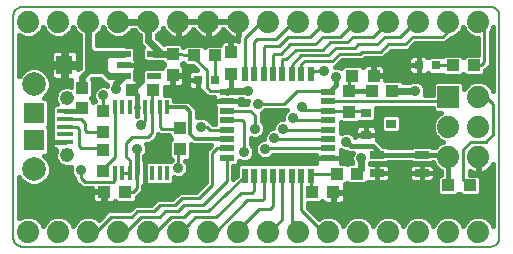
<source format=gtl>
G75*
%MOIN*%
%OFA0B0*%
%FSLAX24Y24*%
%IPPOS*%
%LPD*%
%AMOC8*
5,1,8,0,0,1.08239X$1,22.5*
%
%ADD10C,0.0080*%
%ADD11R,0.0126X0.0496*%
%ADD12R,0.0500X0.0220*%
%ADD13R,0.0220X0.0500*%
%ADD14R,0.0394X0.0433*%
%ADD15R,0.0433X0.0394*%
%ADD16C,0.0740*%
%ADD17R,0.0740X0.0740*%
%ADD18R,0.0472X0.0217*%
%ADD19R,0.0315X0.0315*%
%ADD20R,0.0354X0.0315*%
%ADD21R,0.0551X0.0157*%
%ADD22R,0.0709X0.0709*%
%ADD23C,0.0476*%
%ADD24C,0.0787*%
%ADD25R,0.0492X0.0256*%
%ADD26R,0.0551X0.0630*%
%ADD27C,0.0160*%
%ADD28C,0.0350*%
%ADD29C,0.0240*%
%ADD30C,0.0100*%
%ADD31C,0.0120*%
D10*
X002760Y000480D02*
X002760Y007880D01*
X002762Y007914D01*
X002768Y007947D01*
X002777Y007979D01*
X002790Y008010D01*
X002806Y008040D01*
X002825Y008067D01*
X002848Y008092D01*
X002873Y008115D01*
X002900Y008134D01*
X002930Y008150D01*
X002961Y008163D01*
X002993Y008172D01*
X003026Y008178D01*
X003060Y008180D01*
X018660Y008180D01*
X018694Y008178D01*
X018727Y008172D01*
X018759Y008163D01*
X018790Y008150D01*
X018820Y008134D01*
X018847Y008115D01*
X018872Y008092D01*
X018895Y008067D01*
X018914Y008040D01*
X018930Y008010D01*
X018943Y007979D01*
X018952Y007947D01*
X018958Y007914D01*
X018960Y007880D01*
X018960Y000480D01*
X018959Y000480D02*
X018957Y000446D01*
X018951Y000413D01*
X018942Y000381D01*
X018929Y000350D01*
X018913Y000320D01*
X018894Y000293D01*
X018871Y000268D01*
X018846Y000245D01*
X018819Y000226D01*
X018789Y000210D01*
X018758Y000197D01*
X018726Y000188D01*
X018693Y000182D01*
X018659Y000180D01*
X018660Y000180D02*
X003060Y000180D01*
X003026Y000182D01*
X002993Y000188D01*
X002961Y000197D01*
X002930Y000210D01*
X002900Y000226D01*
X002873Y000245D01*
X002848Y000268D01*
X002825Y000293D01*
X002806Y000320D01*
X002790Y000350D01*
X002777Y000381D01*
X002768Y000413D01*
X002762Y000446D01*
X002760Y000480D01*
X007360Y003930D02*
X007385Y003955D01*
D11*
X007385Y004824D03*
X007635Y004824D03*
X007885Y004824D03*
X007135Y004824D03*
X006885Y004824D03*
X006635Y004824D03*
X006385Y004824D03*
X006135Y004824D03*
X006135Y002636D03*
X006385Y002636D03*
X006635Y002636D03*
X006885Y002636D03*
X007135Y002636D03*
X007385Y002636D03*
X007635Y002636D03*
X007885Y002636D03*
D12*
X009882Y003140D03*
X009882Y003455D03*
X009882Y003770D03*
X009882Y004085D03*
X009882Y004400D03*
X009882Y004715D03*
X009882Y005030D03*
X009882Y005345D03*
X013262Y005345D03*
X013262Y005030D03*
X013262Y004715D03*
X013262Y004400D03*
X013262Y004085D03*
X013262Y003770D03*
X013262Y003455D03*
X013262Y003140D03*
D13*
X012674Y002553D03*
X012359Y002553D03*
X012044Y002553D03*
X011729Y002553D03*
X011415Y002553D03*
X011100Y002553D03*
X010785Y002553D03*
X010470Y002553D03*
X010470Y005933D03*
X010785Y005933D03*
X011100Y005933D03*
X011415Y005933D03*
X011729Y005933D03*
X012044Y005933D03*
X012359Y005933D03*
X012674Y005933D03*
D14*
X013960Y005384D03*
X013960Y004676D03*
X010010Y005951D03*
X010010Y006659D03*
X008072Y006597D03*
X008072Y005888D03*
X005760Y004704D03*
X005047Y004808D03*
X005047Y005477D03*
X005760Y003996D03*
X005760Y003404D03*
X005760Y002696D03*
X008310Y003426D03*
X008310Y004134D03*
D15*
X007426Y005393D03*
X006718Y005393D03*
X008780Y006555D03*
X009489Y006555D03*
X014055Y005880D03*
X014764Y005880D03*
X014725Y005380D03*
X015394Y005380D03*
X017405Y006230D03*
X018114Y006230D03*
X014207Y002618D03*
X013537Y002618D03*
X013426Y001993D03*
X012718Y001993D03*
X017255Y002230D03*
X017964Y002230D03*
X006489Y002008D03*
X005780Y002008D03*
D16*
X006260Y000680D03*
X007260Y000680D03*
X008260Y000680D03*
X009260Y000680D03*
X010260Y000680D03*
X011260Y000680D03*
X012260Y000680D03*
X013260Y000680D03*
X014260Y000680D03*
X015260Y000680D03*
X016260Y000680D03*
X017260Y000680D03*
X018260Y000680D03*
X018260Y003180D03*
X017260Y003180D03*
X017260Y004180D03*
X018260Y004180D03*
X018260Y005180D03*
X018260Y007680D03*
X017260Y007680D03*
X016260Y007680D03*
X015260Y007680D03*
X014260Y007680D03*
X013260Y007680D03*
X012260Y007680D03*
X011260Y007680D03*
X010260Y007680D03*
X009260Y007680D03*
X008260Y007680D03*
X007260Y007680D03*
X006260Y007680D03*
X005260Y007680D03*
X004260Y007680D03*
X003260Y007680D03*
X003260Y000680D03*
X004260Y000680D03*
X005260Y000680D03*
D17*
X017260Y005180D03*
D18*
X007456Y005868D03*
X006433Y005868D03*
X006433Y006243D03*
X006433Y006617D03*
X007456Y006617D03*
D19*
X008902Y005743D03*
X009492Y005743D03*
X016264Y006230D03*
X016855Y006230D03*
D20*
X014516Y004654D03*
X015343Y004280D03*
X014516Y003906D03*
D21*
X004490Y003924D03*
X004490Y003668D03*
X004490Y004180D03*
X004490Y004436D03*
X004490Y004692D03*
D22*
X003447Y004633D03*
X003447Y003727D03*
D23*
X004549Y003225D03*
X004549Y005135D03*
D24*
X003447Y005601D03*
X003447Y002759D03*
D25*
X014896Y002637D03*
X014896Y003248D03*
X016373Y003248D03*
X016373Y002637D03*
D26*
X005561Y006243D03*
X004458Y006243D03*
D27*
X004401Y006203D02*
X002960Y006203D01*
X002960Y006362D02*
X004003Y006362D01*
X004003Y006300D02*
X004401Y006300D01*
X004401Y006737D01*
X004159Y006737D01*
X004113Y006725D01*
X004072Y006701D01*
X004039Y006668D01*
X004015Y006627D01*
X004003Y006581D01*
X004003Y006300D01*
X004003Y006185D02*
X004003Y005904D01*
X004015Y005858D01*
X004039Y005817D01*
X004072Y005784D01*
X004113Y005760D01*
X004159Y005748D01*
X004401Y005748D01*
X004401Y006185D01*
X004516Y006185D01*
X004516Y006300D01*
X004914Y006300D01*
X004914Y006581D01*
X004902Y006627D01*
X004878Y006668D01*
X004844Y006701D01*
X004803Y006725D01*
X004758Y006737D01*
X004516Y006737D01*
X004516Y006300D01*
X004401Y006300D01*
X004401Y006185D01*
X004003Y006185D01*
X004003Y006045D02*
X003787Y006045D01*
X003761Y006071D02*
X003557Y006155D01*
X003337Y006155D01*
X003133Y006071D01*
X002978Y005915D01*
X002960Y005871D01*
X002960Y007231D01*
X003154Y007150D01*
X003365Y007150D01*
X003560Y007231D01*
X003709Y007380D01*
X003760Y007502D01*
X003810Y007380D01*
X003959Y007231D01*
X004154Y007150D01*
X004365Y007150D01*
X004560Y007231D01*
X004709Y007380D01*
X004760Y007502D01*
X004810Y007380D01*
X004959Y007231D01*
X004980Y007222D01*
X004980Y006781D01*
X004973Y006152D01*
X004914Y006093D01*
X004914Y006185D01*
X004516Y006185D01*
X004516Y005748D01*
X004690Y005748D01*
X004690Y005507D01*
X004629Y005533D01*
X004470Y005533D01*
X004324Y005472D01*
X004212Y005360D01*
X004151Y005214D01*
X004151Y005056D01*
X004203Y004931D01*
X004148Y004931D01*
X004055Y004837D01*
X004055Y003830D01*
X004047Y003816D01*
X004035Y003771D01*
X004035Y003668D01*
X004035Y003566D01*
X004047Y003520D01*
X004071Y003479D01*
X004104Y003445D01*
X004145Y003422D01*
X004191Y003409D01*
X004195Y003409D01*
X004151Y003304D01*
X004151Y003146D01*
X004212Y003000D01*
X004324Y002888D01*
X004470Y002827D01*
X004629Y002827D01*
X004682Y002849D01*
X004665Y002807D01*
X004665Y002673D01*
X004716Y002550D01*
X004790Y002476D01*
X004790Y002388D01*
X004925Y002253D01*
X005048Y002130D01*
X005384Y002130D01*
X005384Y002026D01*
X005762Y002026D01*
X005762Y001989D01*
X005799Y001989D01*
X005799Y001631D01*
X006020Y001631D01*
X006066Y001643D01*
X006107Y001667D01*
X006141Y001700D01*
X006147Y001710D01*
X006206Y001651D01*
X006772Y001651D01*
X006865Y001744D01*
X006865Y001823D01*
X006911Y001872D01*
X007033Y001994D01*
X007094Y002055D01*
X007094Y002055D01*
X007095Y002056D01*
X007095Y002142D01*
X007095Y002208D01*
X007135Y002208D01*
X007221Y002208D01*
X007267Y002220D01*
X007281Y002228D01*
X008014Y002228D01*
X008108Y002322D01*
X008108Y002500D01*
X008180Y002470D01*
X008314Y002470D01*
X008437Y002521D01*
X008531Y002615D01*
X008582Y002738D01*
X008582Y002872D01*
X008531Y002995D01*
X008477Y003049D01*
X008573Y003049D01*
X008666Y003143D01*
X008666Y003612D01*
X008718Y003560D01*
X009343Y003560D01*
X009298Y003515D01*
X009175Y003392D01*
X009175Y002329D01*
X008860Y002015D01*
X008298Y002015D01*
X008048Y001765D01*
X006865Y001765D01*
X006963Y001924D02*
X008206Y001924D01*
X008048Y001765D02*
X007548Y001765D01*
X007360Y001577D01*
X006798Y001577D01*
X006610Y001390D01*
X005923Y001390D01*
X005611Y001078D01*
X005560Y001129D01*
X005365Y001210D01*
X005154Y001210D01*
X004959Y001129D01*
X004810Y000980D01*
X004760Y000858D01*
X004709Y000980D01*
X004560Y001129D01*
X004365Y001210D01*
X004154Y001210D01*
X003959Y001129D01*
X003810Y000980D01*
X003760Y000858D01*
X003709Y000980D01*
X003560Y001129D01*
X003365Y001210D01*
X003154Y001210D01*
X002960Y001129D01*
X002960Y002489D01*
X002978Y002445D01*
X003133Y002289D01*
X003337Y002205D01*
X003557Y002205D01*
X003761Y002289D01*
X003916Y002445D01*
X004001Y002649D01*
X004001Y002869D01*
X003916Y003072D01*
X003776Y003213D01*
X003868Y003213D01*
X003961Y003307D01*
X003961Y004148D01*
X003929Y004180D01*
X003961Y004212D01*
X003961Y005053D01*
X003868Y005147D01*
X003776Y005147D01*
X003916Y005288D01*
X004001Y005491D01*
X004001Y005711D01*
X003916Y005915D01*
X003761Y006071D01*
X003928Y005886D02*
X004008Y005886D01*
X003994Y005728D02*
X004690Y005728D01*
X004690Y005569D02*
X004001Y005569D01*
X003967Y005411D02*
X004262Y005411D01*
X004167Y005252D02*
X003881Y005252D01*
X003921Y005094D02*
X004151Y005094D01*
X004201Y004935D02*
X003961Y004935D01*
X003961Y004777D02*
X004055Y004777D01*
X004055Y004618D02*
X003961Y004618D01*
X003961Y004460D02*
X004055Y004460D01*
X004055Y004301D02*
X003961Y004301D01*
X003961Y004143D02*
X004055Y004143D01*
X004055Y003984D02*
X003961Y003984D01*
X003961Y003826D02*
X004052Y003826D01*
X004035Y003668D02*
X004490Y003668D01*
X004035Y003668D01*
X004035Y003667D02*
X003961Y003667D01*
X003961Y003509D02*
X004054Y003509D01*
X003961Y003350D02*
X004170Y003350D01*
X004151Y003192D02*
X003797Y003192D01*
X003933Y003033D02*
X004198Y003033D01*
X004356Y002875D02*
X003998Y002875D01*
X004001Y002716D02*
X004665Y002716D01*
X004713Y002558D02*
X003963Y002558D01*
X003870Y002399D02*
X004790Y002399D01*
X004937Y002241D02*
X003643Y002241D01*
X003251Y002241D02*
X002960Y002241D01*
X002960Y002399D02*
X003024Y002399D01*
X002960Y002082D02*
X005384Y002082D01*
X005384Y001989D02*
X005384Y001787D01*
X005396Y001741D01*
X005420Y001700D01*
X005453Y001667D01*
X005494Y001643D01*
X005540Y001631D01*
X005762Y001631D01*
X005762Y001989D01*
X005384Y001989D01*
X005384Y001924D02*
X002960Y001924D01*
X002960Y001765D02*
X005390Y001765D01*
X005762Y001765D02*
X005799Y001765D01*
X005799Y001924D02*
X005762Y001924D01*
X006668Y001448D02*
X002960Y001448D01*
X002960Y001607D02*
X007389Y001607D01*
X007095Y002082D02*
X008927Y002082D01*
X009086Y002241D02*
X008027Y002241D01*
X008108Y002399D02*
X009175Y002399D01*
X009175Y002558D02*
X008473Y002558D01*
X008573Y002716D02*
X009175Y002716D01*
X009175Y002875D02*
X008581Y002875D01*
X008493Y003033D02*
X009175Y003033D01*
X009175Y003192D02*
X008666Y003192D01*
X008666Y003350D02*
X009175Y003350D01*
X009291Y003509D02*
X008666Y003509D01*
X008024Y003780D02*
X007953Y003852D01*
X007953Y003908D01*
X007610Y003908D01*
X007595Y003923D01*
X007595Y003868D01*
X007472Y003745D01*
X007346Y003620D01*
X007168Y003620D01*
X007169Y003620D01*
X007220Y003497D01*
X007220Y003363D01*
X007169Y003240D01*
X007125Y003196D01*
X007125Y003064D01*
X007135Y003064D01*
X007135Y002636D01*
X007135Y002636D01*
X007135Y002208D01*
X007135Y002636D01*
X007135Y002636D01*
X007135Y003064D01*
X007221Y003064D01*
X007267Y003052D01*
X007281Y003044D01*
X007755Y003044D01*
X008012Y003044D01*
X008032Y003064D01*
X007953Y003143D01*
X007953Y003708D01*
X008024Y003780D01*
X007979Y003826D02*
X007552Y003826D01*
X007394Y003667D02*
X007953Y003667D01*
X007953Y003509D02*
X007215Y003509D01*
X007214Y003350D02*
X007953Y003350D01*
X007953Y003192D02*
X007125Y003192D01*
X007135Y003033D02*
X007135Y003033D01*
X007135Y002875D02*
X007135Y002875D01*
X007135Y002716D02*
X007135Y002716D01*
X007135Y002558D02*
X007135Y002558D01*
X007135Y002399D02*
X007135Y002399D01*
X007135Y002241D02*
X007135Y002241D01*
X006885Y002636D02*
X006885Y003430D01*
X006885Y004541D02*
X006885Y004824D01*
X006885Y004824D01*
X006912Y004824D01*
X006912Y004824D01*
X006885Y004824D01*
X006885Y004541D01*
X006885Y004541D01*
X006885Y004618D02*
X006885Y004618D01*
X006885Y004777D02*
X006885Y004777D01*
X006885Y004824D02*
X006885Y004824D01*
X006885Y005016D01*
X006885Y005016D01*
X006885Y004824D01*
X006885Y004824D01*
X006885Y005225D01*
X006718Y005393D01*
X006829Y005769D02*
X006829Y006043D01*
X006826Y006046D01*
X006837Y006065D01*
X006849Y006111D01*
X006849Y006242D01*
X006433Y006242D01*
X006433Y006243D01*
X006849Y006243D01*
X006849Y006374D01*
X006837Y006420D01*
X006826Y006439D01*
X006829Y006442D01*
X006829Y006791D01*
X006735Y006885D01*
X006517Y006885D01*
X006488Y006897D01*
X005540Y006897D01*
X005540Y007222D01*
X005560Y007231D01*
X005709Y007380D01*
X005760Y007502D01*
X005810Y007380D01*
X005959Y007231D01*
X006154Y007150D01*
X006365Y007150D01*
X006560Y007231D01*
X006709Y007380D01*
X006717Y007400D01*
X006802Y007400D01*
X006810Y007380D01*
X006959Y007231D01*
X006980Y007222D01*
X006980Y006998D01*
X007022Y006895D01*
X007093Y006824D01*
X007060Y006791D01*
X007060Y006442D01*
X007154Y006348D01*
X007372Y006348D01*
X007401Y006337D01*
X007715Y006337D01*
X007715Y006314D01*
X007775Y006255D01*
X007765Y006249D01*
X007731Y006215D01*
X007707Y006174D01*
X007697Y006137D01*
X007154Y006137D01*
X007060Y006043D01*
X007060Y005718D01*
X007045Y005733D01*
X007004Y005757D01*
X006958Y005769D01*
X006829Y005769D01*
X007051Y005728D02*
X007060Y005728D01*
X007060Y005886D02*
X006829Y005886D01*
X006827Y006045D02*
X007062Y006045D01*
X006849Y006203D02*
X007724Y006203D01*
X008090Y005907D02*
X008449Y005907D01*
X008449Y006128D01*
X008437Y006174D01*
X008413Y006215D01*
X008379Y006249D01*
X008369Y006255D01*
X008405Y006290D01*
X008497Y006198D01*
X008757Y006198D01*
X008875Y006080D01*
X008721Y006080D01*
X008675Y006068D01*
X008634Y006044D01*
X008600Y006011D01*
X008577Y005969D01*
X008564Y005924D01*
X008564Y005743D01*
X008902Y005743D01*
X008902Y005742D01*
X008902Y005405D01*
X008988Y005405D01*
X009112Y005281D01*
X009235Y005158D01*
X009452Y005158D01*
X009452Y005030D01*
X009882Y005030D01*
X009882Y005030D01*
X010312Y005030D01*
X010312Y005088D01*
X010378Y005088D01*
X010382Y005084D01*
X010505Y005033D01*
X010572Y005033D01*
X010562Y005009D01*
X010562Y004925D01*
X010312Y004925D01*
X010312Y005030D01*
X009882Y005030D01*
X009882Y005030D01*
X009452Y005030D01*
X009452Y004896D01*
X009464Y004850D01*
X009472Y004837D01*
X009472Y004265D01*
X009409Y004265D01*
X009284Y004390D01*
X009273Y004390D01*
X009199Y004464D01*
X009076Y004515D01*
X008943Y004515D01*
X008880Y004489D01*
X008880Y004771D01*
X008751Y004900D01*
X008607Y005044D01*
X008108Y005044D01*
X008108Y005138D01*
X008014Y005232D01*
X007803Y005232D01*
X007803Y005506D01*
X007806Y005504D01*
X007851Y005492D01*
X008054Y005492D01*
X008054Y005870D01*
X008090Y005870D01*
X008090Y005492D01*
X008293Y005492D01*
X008338Y005504D01*
X008379Y005528D01*
X008413Y005561D01*
X008437Y005602D01*
X008449Y005648D01*
X008449Y005870D01*
X008090Y005870D01*
X008090Y005907D01*
X008090Y005886D02*
X008564Y005886D01*
X008635Y006045D02*
X008449Y006045D01*
X008420Y006203D02*
X008493Y006203D01*
X008564Y005742D02*
X008564Y005561D01*
X008577Y005516D01*
X008600Y005474D01*
X008634Y005441D01*
X008675Y005417D01*
X008721Y005405D01*
X008902Y005405D01*
X008902Y005742D01*
X008902Y005742D01*
X008564Y005742D01*
X008564Y005728D02*
X008449Y005728D01*
X008417Y005569D02*
X008564Y005569D01*
X008700Y005411D02*
X007803Y005411D01*
X007803Y005252D02*
X009141Y005252D01*
X008902Y005411D02*
X008902Y005411D01*
X008902Y005569D02*
X008902Y005569D01*
X008902Y005728D02*
X008902Y005728D01*
X008090Y005728D02*
X008054Y005728D01*
X008054Y005569D02*
X008090Y005569D01*
X008108Y005094D02*
X009452Y005094D01*
X009452Y004935D02*
X008716Y004935D01*
X008874Y004777D02*
X009472Y004777D01*
X009472Y004618D02*
X008880Y004618D01*
X009204Y004460D02*
X009472Y004460D01*
X009472Y004301D02*
X009373Y004301D01*
X010312Y004935D02*
X010562Y004935D01*
X011032Y004636D02*
X011087Y004659D01*
X011161Y004733D01*
X011863Y004733D01*
X011788Y004657D01*
X011737Y004534D01*
X011737Y004440D01*
X011693Y004440D01*
X011570Y004389D01*
X011476Y004295D01*
X011425Y004172D01*
X011425Y004127D01*
X011380Y004127D01*
X011257Y004076D01*
X011163Y003982D01*
X011112Y003859D01*
X011112Y003765D01*
X011068Y003765D01*
X010945Y003714D01*
X010851Y003620D01*
X010800Y003497D01*
X010800Y003363D01*
X010851Y003240D01*
X010945Y003146D01*
X011068Y003095D01*
X011201Y003095D01*
X011324Y003146D01*
X011419Y003240D01*
X011421Y003245D01*
X012832Y003245D01*
X012832Y003140D01*
X012832Y003006D01*
X012844Y002962D01*
X010293Y002962D01*
X010200Y002869D01*
X010200Y002547D01*
X010092Y002445D01*
X010092Y002870D01*
X010198Y002870D01*
X010292Y002964D01*
X010292Y003037D01*
X010393Y002995D01*
X010526Y002995D01*
X010649Y003046D01*
X010744Y003140D01*
X010795Y003263D01*
X010795Y003397D01*
X010744Y003520D01*
X010670Y003594D01*
X010670Y003818D01*
X010755Y003783D01*
X010889Y003783D01*
X011012Y003834D01*
X011106Y003928D01*
X011157Y004051D01*
X011157Y004184D01*
X011106Y004307D01*
X011032Y004381D01*
X011032Y004636D01*
X011032Y004618D02*
X011772Y004618D01*
X011737Y004460D02*
X011032Y004460D01*
X011109Y004301D02*
X011482Y004301D01*
X011425Y004143D02*
X011157Y004143D01*
X011165Y003984D02*
X011129Y003984D01*
X011112Y003826D02*
X010992Y003826D01*
X010898Y003667D02*
X010670Y003667D01*
X010748Y003509D02*
X010804Y003509D01*
X010795Y003350D02*
X010805Y003350D01*
X010765Y003192D02*
X010899Y003192D01*
X010618Y003033D02*
X012832Y003033D01*
X012832Y003140D02*
X013262Y003140D01*
X013262Y003140D01*
X013262Y003140D01*
X013692Y003140D01*
X013692Y003006D01*
X013683Y002974D01*
X013820Y002974D01*
X013872Y002923D01*
X013924Y002974D01*
X014061Y002974D01*
X014025Y003063D01*
X014025Y003197D01*
X014063Y003290D01*
X013962Y003290D01*
X013874Y003327D01*
X013855Y003345D01*
X013793Y003345D01*
X013672Y003395D01*
X013672Y003333D01*
X013680Y003320D01*
X013692Y003274D01*
X013692Y003140D01*
X013262Y003140D01*
X012832Y003140D01*
X012832Y003192D02*
X011370Y003192D01*
X010301Y003033D02*
X010292Y003033D01*
X010205Y002875D02*
X010203Y002875D01*
X010200Y002716D02*
X010092Y002716D01*
X010092Y002558D02*
X010200Y002558D01*
X012569Y001636D02*
X012569Y001480D01*
X012939Y001110D01*
X012959Y001129D01*
X013154Y001210D01*
X013365Y001210D01*
X013560Y001129D01*
X013709Y000980D01*
X013760Y000858D01*
X013810Y000980D01*
X013959Y001129D01*
X014154Y001210D01*
X014365Y001210D01*
X014560Y001129D01*
X014709Y000980D01*
X014760Y000858D01*
X014810Y000980D01*
X014959Y001129D01*
X015154Y001210D01*
X015365Y001210D01*
X015560Y001129D01*
X015709Y000980D01*
X015760Y000858D01*
X015810Y000980D01*
X015959Y001129D01*
X016154Y001210D01*
X016365Y001210D01*
X016560Y001129D01*
X016709Y000980D01*
X016760Y000858D01*
X016810Y000980D01*
X016959Y001129D01*
X017154Y001210D01*
X017365Y001210D01*
X017560Y001129D01*
X017709Y000980D01*
X017760Y000858D01*
X017810Y000980D01*
X017959Y001129D01*
X018154Y001210D01*
X018365Y001210D01*
X018560Y001129D01*
X018709Y000980D01*
X018760Y000858D01*
X018760Y002950D01*
X018730Y002892D01*
X018679Y002822D01*
X018618Y002760D01*
X018548Y002710D01*
X018471Y002670D01*
X018388Y002644D01*
X018303Y002630D01*
X018280Y002630D01*
X018280Y003160D01*
X018240Y003160D01*
X018240Y002630D01*
X018216Y002630D01*
X018131Y002644D01*
X018048Y002670D01*
X017971Y002710D01*
X017970Y002711D01*
X017970Y002587D01*
X018247Y002587D01*
X018340Y002493D01*
X018340Y001967D01*
X018247Y001873D01*
X017681Y001873D01*
X017610Y001945D01*
X017538Y001873D01*
X016972Y001873D01*
X016879Y001967D01*
X016879Y002493D01*
X016972Y002587D01*
X017017Y002587D01*
X017018Y002706D01*
X016959Y002731D01*
X016810Y002880D01*
X016757Y003008D01*
X016733Y003008D01*
X016685Y002960D01*
X016060Y002960D01*
X016012Y003008D01*
X015257Y003008D01*
X015209Y002960D01*
X014652Y002960D01*
X014646Y002945D01*
X014896Y002945D01*
X014896Y002637D01*
X014896Y002637D01*
X014896Y002329D01*
X014627Y002329D01*
X014581Y002342D01*
X014574Y002345D01*
X014489Y002261D01*
X013924Y002261D01*
X013872Y002312D01*
X013820Y002261D01*
X013810Y002261D01*
X013811Y002259D01*
X013823Y002213D01*
X013823Y002011D01*
X013445Y002011D01*
X013445Y001974D01*
X013823Y001974D01*
X013823Y001772D01*
X013811Y001726D01*
X013787Y001685D01*
X013753Y001652D01*
X013712Y001628D01*
X013667Y001616D01*
X013445Y001616D01*
X013445Y001974D01*
X013408Y001974D01*
X013408Y001616D01*
X013186Y001616D01*
X013140Y001628D01*
X013099Y001652D01*
X013066Y001685D01*
X013060Y001695D01*
X013000Y001636D01*
X012569Y001636D01*
X012569Y001607D02*
X018760Y001607D01*
X018760Y001448D02*
X012601Y001448D01*
X012759Y001290D02*
X018760Y001290D01*
X018760Y001131D02*
X018556Y001131D01*
X018712Y000973D02*
X018760Y000973D01*
X017963Y001131D02*
X017556Y001131D01*
X017712Y000973D02*
X017807Y000973D01*
X016963Y001131D02*
X016556Y001131D01*
X016712Y000973D02*
X016807Y000973D01*
X015963Y001131D02*
X015556Y001131D01*
X015712Y000973D02*
X015807Y000973D01*
X014963Y001131D02*
X014556Y001131D01*
X014712Y000973D02*
X014807Y000973D01*
X013963Y001131D02*
X013556Y001131D01*
X013712Y000973D02*
X013807Y000973D01*
X012963Y001131D02*
X012918Y001131D01*
X013408Y001765D02*
X013445Y001765D01*
X013445Y001924D02*
X013408Y001924D01*
X013823Y001924D02*
X016922Y001924D01*
X016879Y002082D02*
X013823Y002082D01*
X013816Y002241D02*
X016879Y002241D01*
X016879Y002399D02*
X016763Y002399D01*
X016786Y002440D01*
X016799Y002486D01*
X016799Y002637D01*
X016373Y002637D01*
X016373Y002329D01*
X016642Y002329D01*
X016688Y002342D01*
X016729Y002365D01*
X016763Y002399D01*
X016799Y002558D02*
X016943Y002558D01*
X016799Y002637D02*
X016799Y002789D01*
X016786Y002835D01*
X016763Y002876D01*
X016729Y002909D01*
X016688Y002933D01*
X016642Y002945D01*
X016373Y002945D01*
X016373Y002637D01*
X016373Y002637D01*
X016373Y002637D01*
X016373Y002329D01*
X016103Y002329D01*
X016057Y002342D01*
X016016Y002365D01*
X015983Y002399D01*
X015959Y002440D01*
X015947Y002486D01*
X015947Y002637D01*
X016373Y002637D01*
X016799Y002637D01*
X016799Y002716D02*
X016995Y002716D01*
X016815Y002875D02*
X016764Y002875D01*
X016373Y002875D02*
X016373Y002875D01*
X016373Y002945D02*
X016103Y002945D01*
X016057Y002933D01*
X016016Y002909D01*
X015983Y002876D01*
X015959Y002835D01*
X015947Y002789D01*
X015947Y002637D01*
X016373Y002637D01*
X016373Y002637D01*
X016373Y002637D01*
X016373Y002945D01*
X015982Y002875D02*
X015287Y002875D01*
X015286Y002876D02*
X015253Y002909D01*
X015212Y002933D01*
X015166Y002945D01*
X014896Y002945D01*
X014896Y002637D01*
X014896Y002329D01*
X015166Y002329D01*
X015212Y002342D01*
X015253Y002365D01*
X015286Y002399D01*
X015310Y002440D01*
X015322Y002486D01*
X015322Y002637D01*
X014896Y002637D01*
X014896Y002637D01*
X014896Y002637D01*
X015322Y002637D01*
X015322Y002789D01*
X015310Y002835D01*
X015286Y002876D01*
X015322Y002716D02*
X015947Y002716D01*
X015947Y002558D02*
X015322Y002558D01*
X015286Y002399D02*
X015983Y002399D01*
X016373Y002399D02*
X016373Y002399D01*
X016373Y002558D02*
X016373Y002558D01*
X016373Y002716D02*
X016373Y002716D01*
X017260Y002980D02*
X017260Y003180D01*
X017192Y003248D01*
X016373Y003248D01*
X014896Y003248D01*
X014896Y003393D01*
X014760Y003530D01*
X014010Y003530D01*
X013860Y003680D01*
X014159Y003833D02*
X014144Y003870D01*
X014049Y003964D01*
X013926Y004015D01*
X013793Y004015D01*
X013672Y003965D01*
X013672Y004324D01*
X013696Y004299D01*
X014223Y004299D01*
X014266Y004343D01*
X014272Y004337D01*
X014759Y004337D01*
X014853Y004430D01*
X014853Y004820D01*
X016730Y004820D01*
X016730Y004744D01*
X016823Y004650D01*
X017009Y004650D01*
X016959Y004629D01*
X016810Y004480D01*
X016730Y004285D01*
X016730Y004075D01*
X016810Y003880D01*
X016959Y003731D01*
X017082Y003680D01*
X016959Y003629D01*
X016818Y003488D01*
X016733Y003488D01*
X016685Y003536D01*
X016060Y003536D01*
X016012Y003488D01*
X015257Y003488D01*
X015209Y003536D01*
X015093Y003536D01*
X014895Y003733D01*
X014873Y003743D01*
X014873Y003906D01*
X014873Y004087D01*
X014861Y004133D01*
X014837Y004174D01*
X014804Y004208D01*
X014762Y004231D01*
X014717Y004243D01*
X014516Y004243D01*
X014516Y003906D01*
X014873Y003906D01*
X014516Y003906D01*
X014516Y003906D01*
X014516Y003906D01*
X014516Y004243D01*
X014315Y004243D01*
X014269Y004231D01*
X014228Y004208D01*
X014195Y004174D01*
X014171Y004133D01*
X014159Y004087D01*
X014159Y003906D01*
X014159Y003833D01*
X014159Y003906D02*
X014516Y003906D01*
X014516Y003906D01*
X014159Y003906D01*
X014159Y003984D02*
X014001Y003984D01*
X014176Y004143D02*
X013672Y004143D01*
X013672Y003984D02*
X013718Y003984D01*
X013695Y004301D02*
X013672Y004301D01*
X014225Y004301D02*
X015005Y004301D01*
X015005Y004143D02*
X014855Y004143D01*
X014873Y003984D02*
X015078Y003984D01*
X015099Y003963D02*
X015005Y004056D01*
X015005Y004504D01*
X015099Y004597D01*
X015586Y004597D01*
X015680Y004504D01*
X015680Y004056D01*
X015586Y003963D01*
X015099Y003963D01*
X014873Y003826D02*
X016864Y003826D01*
X017050Y003667D02*
X014962Y003667D01*
X015236Y003509D02*
X016033Y003509D01*
X016712Y003509D02*
X016838Y003509D01*
X017242Y003198D02*
X017260Y003180D01*
X017260Y002980D02*
X017255Y002230D01*
X017588Y001924D02*
X017631Y001924D01*
X018297Y001924D02*
X018760Y001924D01*
X018760Y001765D02*
X013821Y001765D01*
X014896Y002399D02*
X014896Y002399D01*
X014896Y002558D02*
X014896Y002558D01*
X014896Y002716D02*
X014896Y002716D01*
X014896Y002875D02*
X014896Y002875D01*
X014037Y003033D02*
X013692Y003033D01*
X013692Y003192D02*
X014025Y003192D01*
X013781Y003350D02*
X013672Y003350D01*
X014516Y003984D02*
X014516Y003984D01*
X014516Y004143D02*
X014516Y004143D01*
X014853Y004460D02*
X015005Y004460D01*
X014853Y004618D02*
X016948Y004618D01*
X016802Y004460D02*
X015680Y004460D01*
X015680Y004301D02*
X016736Y004301D01*
X016730Y004143D02*
X015680Y004143D01*
X015608Y003984D02*
X016767Y003984D01*
X016730Y004777D02*
X014853Y004777D01*
X014725Y005380D02*
X014721Y005384D01*
X013960Y005384D01*
X013510Y005580D02*
X013510Y005830D01*
X013510Y005580D02*
X013297Y005368D01*
X013479Y006165D02*
X013721Y006408D01*
X014409Y006408D01*
X014471Y006470D01*
X015096Y006470D01*
X015346Y006720D01*
X015909Y006720D01*
X016159Y006970D01*
X017159Y006970D01*
X017339Y007150D01*
X017365Y007150D01*
X017560Y007231D01*
X017709Y007380D01*
X017760Y007502D01*
X017810Y007380D01*
X017959Y007231D01*
X018154Y007150D01*
X018250Y007150D01*
X018250Y006587D01*
X017831Y006587D01*
X017760Y006515D01*
X017688Y006587D01*
X017122Y006587D01*
X017081Y006545D01*
X017079Y006547D01*
X016631Y006547D01*
X016572Y006488D01*
X016566Y006498D01*
X016532Y006532D01*
X016491Y006555D01*
X016445Y006567D01*
X016264Y006567D01*
X016083Y006567D01*
X016037Y006555D01*
X015996Y006532D01*
X015963Y006498D01*
X015939Y006457D01*
X015927Y006411D01*
X015927Y006230D01*
X015927Y006049D01*
X015939Y006003D01*
X015963Y005962D01*
X015996Y005928D01*
X016037Y005905D01*
X016083Y005893D01*
X016264Y005893D01*
X016264Y006230D01*
X015927Y006230D01*
X016264Y006230D01*
X016264Y006230D01*
X016264Y006230D01*
X016264Y006567D01*
X016264Y006230D01*
X016264Y006230D01*
X016264Y005893D01*
X016445Y005893D01*
X016491Y005905D01*
X016532Y005928D01*
X016566Y005962D01*
X016572Y005972D01*
X016631Y005913D01*
X017079Y005913D01*
X017081Y005915D01*
X017122Y005873D01*
X017688Y005873D01*
X017760Y005945D01*
X017831Y005873D01*
X018397Y005873D01*
X018490Y005967D01*
X018490Y006064D01*
X018546Y006120D01*
X018670Y006243D01*
X018670Y007340D01*
X018709Y007380D01*
X018760Y007502D01*
X018760Y005358D01*
X018709Y005480D01*
X018560Y005629D01*
X018365Y005710D01*
X018154Y005710D01*
X017959Y005629D01*
X017810Y005480D01*
X017790Y005430D01*
X017790Y005616D01*
X017696Y005710D01*
X016823Y005710D01*
X016730Y005616D01*
X016730Y005240D01*
X016464Y005240D01*
X016495Y005313D01*
X016495Y005447D01*
X016444Y005570D01*
X016349Y005664D01*
X016226Y005715D01*
X016093Y005715D01*
X015970Y005664D01*
X015966Y005660D01*
X015754Y005660D01*
X015677Y005737D01*
X015160Y005737D01*
X015160Y005862D01*
X014782Y005862D01*
X014782Y005898D01*
X015160Y005898D01*
X015160Y006101D01*
X015148Y006146D01*
X015124Y006187D01*
X015091Y006221D01*
X015050Y006245D01*
X015004Y006257D01*
X014782Y006257D01*
X014782Y005898D01*
X014745Y005898D01*
X014745Y006257D01*
X014524Y006257D01*
X014478Y006245D01*
X014437Y006221D01*
X014403Y006187D01*
X014397Y006177D01*
X014338Y006237D01*
X013772Y006237D01*
X013679Y006143D01*
X013679Y006123D01*
X013576Y006165D01*
X013479Y006165D01*
X013517Y006203D02*
X013739Y006203D01*
X013676Y006362D02*
X015927Y006362D01*
X015927Y006203D02*
X015109Y006203D01*
X014782Y006203D02*
X014745Y006203D01*
X014419Y006203D02*
X014372Y006203D01*
X014745Y006045D02*
X014782Y006045D01*
X014782Y005886D02*
X017110Y005886D01*
X017701Y005886D02*
X017818Y005886D01*
X017790Y005569D02*
X017899Y005569D01*
X018410Y005886D02*
X018760Y005886D01*
X018760Y006045D02*
X018490Y006045D01*
X018630Y006203D02*
X018760Y006203D01*
X018760Y006362D02*
X018670Y006362D01*
X018670Y006520D02*
X018760Y006520D01*
X018760Y006679D02*
X018670Y006679D01*
X018670Y006837D02*
X018760Y006837D01*
X018760Y006996D02*
X018670Y006996D01*
X018670Y007154D02*
X018760Y007154D01*
X018760Y007313D02*
X018670Y007313D01*
X018747Y007471D02*
X018760Y007471D01*
X018144Y007154D02*
X017375Y007154D01*
X017185Y006996D02*
X018250Y006996D01*
X018250Y006837D02*
X016026Y006837D01*
X015985Y006520D02*
X015147Y006520D01*
X015305Y006679D02*
X018250Y006679D01*
X017764Y006520D02*
X017755Y006520D01*
X016604Y006520D02*
X016544Y006520D01*
X016264Y006520D02*
X016264Y006520D01*
X016264Y006362D02*
X016264Y006362D01*
X016264Y006203D02*
X016264Y006203D01*
X016264Y006045D02*
X016264Y006045D01*
X015928Y006045D02*
X015160Y006045D01*
X015686Y005728D02*
X018760Y005728D01*
X018760Y005569D02*
X018620Y005569D01*
X018738Y005411D02*
X018760Y005411D01*
X016730Y005411D02*
X016495Y005411D01*
X016444Y005569D02*
X016730Y005569D01*
X016730Y005252D02*
X016469Y005252D01*
X017642Y007313D02*
X017877Y007313D01*
X017772Y007471D02*
X017747Y007471D01*
X010280Y007471D02*
X010240Y007471D01*
X010240Y007313D02*
X010280Y007313D01*
X010280Y007247D02*
X010260Y007227D01*
X010260Y007048D01*
X010230Y007056D01*
X010028Y007056D01*
X010028Y006678D01*
X009991Y006678D01*
X009991Y007056D01*
X009789Y007056D01*
X009743Y007044D01*
X009702Y007020D01*
X009669Y006986D01*
X009645Y006945D01*
X009636Y006912D01*
X009206Y006912D01*
X009135Y006840D01*
X009063Y006912D01*
X008497Y006912D01*
X008429Y006843D01*
X008429Y006880D01*
X008335Y006973D01*
X007809Y006973D01*
X007773Y006937D01*
X007540Y007170D01*
X007540Y007222D01*
X007560Y007231D01*
X007709Y007380D01*
X007748Y007474D01*
X007750Y007469D01*
X007789Y007392D01*
X007840Y007322D01*
X007901Y007260D01*
X007971Y007210D01*
X008048Y007170D01*
X008131Y007144D01*
X008216Y007130D01*
X008240Y007130D01*
X008240Y007660D01*
X008280Y007660D01*
X008280Y007700D01*
X009240Y007700D01*
X009240Y007660D01*
X009280Y007660D01*
X009280Y007700D01*
X010240Y007700D01*
X010240Y007660D01*
X010280Y007660D01*
X010280Y007247D01*
X010260Y007154D02*
X010240Y007154D01*
X010240Y007130D02*
X010240Y007660D01*
X009710Y007660D01*
X009280Y007660D01*
X009280Y007130D01*
X009303Y007130D01*
X009388Y007144D01*
X009471Y007170D01*
X009548Y007210D01*
X009618Y007260D01*
X009679Y007322D01*
X009730Y007392D01*
X009760Y007450D01*
X009789Y007392D01*
X009840Y007322D01*
X009901Y007260D01*
X009971Y007210D01*
X010048Y007170D01*
X010131Y007144D01*
X010216Y007130D01*
X010240Y007130D01*
X010099Y007154D02*
X009421Y007154D01*
X009280Y007154D02*
X009240Y007154D01*
X009240Y007130D02*
X009240Y007660D01*
X008810Y007660D01*
X008280Y007660D01*
X008280Y007130D01*
X008303Y007130D01*
X008388Y007144D01*
X008471Y007170D01*
X008548Y007210D01*
X008618Y007260D01*
X008679Y007322D01*
X008730Y007392D01*
X008760Y007450D01*
X008789Y007392D01*
X008840Y007322D01*
X008901Y007260D01*
X008971Y007210D01*
X009048Y007170D01*
X009131Y007144D01*
X009216Y007130D01*
X009240Y007130D01*
X009099Y007154D02*
X008421Y007154D01*
X008280Y007154D02*
X008240Y007154D01*
X008099Y007154D02*
X007555Y007154D01*
X007714Y006996D02*
X009678Y006996D01*
X009991Y006996D02*
X010028Y006996D01*
X010028Y006837D02*
X009991Y006837D01*
X009991Y006679D02*
X010028Y006679D01*
X009849Y007313D02*
X009670Y007313D01*
X009280Y007313D02*
X009240Y007313D01*
X009240Y007471D02*
X009280Y007471D01*
X009280Y007630D02*
X009240Y007630D01*
X008849Y007313D02*
X008670Y007313D01*
X008280Y007313D02*
X008240Y007313D01*
X008240Y007471D02*
X008280Y007471D01*
X008280Y007630D02*
X008240Y007630D01*
X007849Y007313D02*
X007642Y007313D01*
X007747Y007471D02*
X007749Y007471D01*
X006980Y007154D02*
X006375Y007154D01*
X006144Y007154D02*
X005540Y007154D01*
X005540Y006996D02*
X006981Y006996D01*
X007081Y006837D02*
X006783Y006837D01*
X006829Y006679D02*
X007060Y006679D01*
X007060Y006520D02*
X006829Y006520D01*
X006849Y006362D02*
X007141Y006362D01*
X005886Y005585D02*
X005870Y005547D01*
X005826Y005565D01*
X005693Y005565D01*
X005570Y005514D01*
X005476Y005420D01*
X005425Y005297D01*
X005425Y005163D01*
X005470Y005054D01*
X005404Y004988D01*
X005404Y005091D01*
X005352Y005142D01*
X005404Y005194D01*
X005404Y005760D01*
X005396Y005768D01*
X005643Y005768D01*
X005705Y005706D01*
X005783Y005628D01*
X005886Y005585D01*
X005879Y005569D02*
X005404Y005569D01*
X005404Y005411D02*
X005472Y005411D01*
X005425Y005252D02*
X005404Y005252D01*
X005401Y005094D02*
X005453Y005094D01*
X005047Y004808D02*
X004931Y004692D01*
X004490Y004692D01*
X004490Y003668D02*
X004490Y003668D01*
X006858Y004824D02*
X006858Y004824D01*
X006885Y004824D01*
X006885Y004824D01*
X006858Y004824D01*
X006885Y004935D02*
X006885Y004935D01*
X005705Y005706D02*
X005705Y005706D01*
X005684Y005728D02*
X005404Y005728D01*
X004974Y006203D02*
X004516Y006203D01*
X004516Y006362D02*
X004401Y006362D01*
X004401Y006520D02*
X004516Y006520D01*
X004516Y006679D02*
X004401Y006679D01*
X004049Y006679D02*
X002960Y006679D01*
X002960Y006520D02*
X004003Y006520D01*
X004401Y006045D02*
X004516Y006045D01*
X004516Y005886D02*
X004401Y005886D01*
X004914Y006362D02*
X004975Y006362D01*
X004977Y006520D02*
X004914Y006520D01*
X004867Y006679D02*
X004978Y006679D01*
X004980Y006837D02*
X002960Y006837D01*
X002960Y006996D02*
X004980Y006996D01*
X004980Y007154D02*
X004375Y007154D01*
X004144Y007154D02*
X003375Y007154D01*
X003144Y007154D02*
X002960Y007154D01*
X003642Y007313D02*
X003877Y007313D01*
X003772Y007471D02*
X003747Y007471D01*
X004642Y007313D02*
X004877Y007313D01*
X004772Y007471D02*
X004747Y007471D01*
X005642Y007313D02*
X005877Y007313D01*
X005772Y007471D02*
X005747Y007471D01*
X006642Y007313D02*
X006877Y007313D01*
X010010Y005951D02*
X010010Y005472D01*
X009882Y005345D01*
X010240Y007630D02*
X010280Y007630D01*
X003107Y006045D02*
X002960Y006045D01*
X002960Y005886D02*
X002966Y005886D01*
X002960Y001290D02*
X005822Y001290D01*
X005664Y001131D02*
X005556Y001131D01*
X004963Y001131D02*
X004556Y001131D01*
X004712Y000973D02*
X004807Y000973D01*
X003963Y001131D02*
X003556Y001131D01*
X003712Y000973D02*
X003807Y000973D01*
X002963Y001131D02*
X002960Y001131D01*
X018240Y002716D02*
X018280Y002716D01*
X018276Y002558D02*
X018760Y002558D01*
X018760Y002716D02*
X018557Y002716D01*
X018717Y002875D02*
X018760Y002875D01*
X018280Y002875D02*
X018240Y002875D01*
X018240Y003033D02*
X018280Y003033D01*
X018340Y002399D02*
X018760Y002399D01*
X018760Y002241D02*
X018340Y002241D01*
X018340Y002082D02*
X018760Y002082D01*
D28*
X018635Y001930D03*
X017635Y001743D03*
X014360Y003130D03*
X013872Y003130D03*
X013860Y003680D03*
X014060Y004130D03*
X012385Y004830D03*
X012072Y004468D03*
X011760Y004105D03*
X011447Y003793D03*
X010822Y004118D03*
X011260Y004430D03*
X010897Y004943D03*
X010572Y005368D03*
X009035Y004993D03*
X008635Y005305D03*
X008560Y006080D03*
X006947Y005993D03*
X006947Y006555D03*
X005560Y005655D03*
X006185Y005430D03*
X005760Y005230D03*
X007010Y004230D03*
X006885Y003430D03*
X008247Y002805D03*
X010460Y003330D03*
X011135Y003430D03*
X009010Y004180D03*
X005000Y002740D03*
X004635Y002243D03*
X004197Y002493D03*
X004697Y001743D03*
X013110Y006030D03*
X013510Y005830D03*
X015822Y005868D03*
X016160Y005380D03*
X015972Y004655D03*
X016472Y004505D03*
X015972Y004080D03*
X016472Y004005D03*
X003510Y006680D03*
X003135Y006868D03*
X003135Y006430D03*
D29*
X005047Y005830D02*
X005047Y005477D01*
X005047Y005830D02*
X005252Y006035D01*
X005260Y006780D01*
X005423Y006617D01*
X006433Y006617D01*
X005904Y006617D01*
X005780Y006493D01*
X005780Y006028D01*
X005776Y006028D01*
X005561Y006243D01*
X005780Y006028D02*
X005942Y005865D01*
X006429Y005865D01*
X006433Y005868D01*
X006195Y005631D01*
X006185Y005631D01*
X006185Y005430D01*
X006718Y005393D02*
X006947Y005622D01*
X006947Y005993D01*
X007456Y006617D02*
X007697Y006617D01*
X007260Y007054D01*
X007260Y007680D01*
X006260Y007680D01*
X005260Y007680D02*
X005260Y006780D01*
X007697Y006617D02*
X008033Y006617D01*
X009882Y005345D02*
X009905Y005368D01*
X010572Y005368D01*
X014360Y003130D02*
X014360Y002780D01*
X014207Y002627D01*
X014207Y002618D01*
X015394Y005380D02*
X016160Y005380D01*
D30*
X017109Y005030D02*
X017260Y005180D01*
X017109Y005030D02*
X013262Y005030D01*
X013234Y004743D02*
X012472Y004743D01*
X012385Y004830D01*
X012072Y004468D02*
X012154Y004400D01*
X013262Y004400D01*
X013262Y004715D02*
X013234Y004743D01*
X013262Y004715D02*
X013942Y004715D01*
X013960Y004676D01*
X013962Y004693D01*
X014449Y004693D01*
X014516Y004654D01*
X013262Y004085D02*
X011790Y004085D01*
X011760Y004105D01*
X011475Y003770D02*
X011447Y003793D01*
X011475Y003770D02*
X013262Y003770D01*
X013262Y003455D02*
X011160Y003455D01*
X011135Y003430D01*
X010460Y003330D02*
X010460Y004330D01*
X010390Y004400D01*
X009882Y004400D01*
X009882Y004715D02*
X010662Y004715D01*
X010822Y004555D01*
X010822Y004118D01*
X009882Y004085D02*
X009852Y004055D01*
X009322Y004055D01*
X009197Y004180D01*
X009010Y004180D01*
X008310Y004134D02*
X008300Y004118D01*
X007697Y004118D01*
X007635Y004180D01*
X007635Y004824D01*
X007385Y004824D02*
X007385Y003955D01*
X007360Y003930D02*
X007260Y003830D01*
X006710Y003830D01*
X006510Y003630D01*
X006510Y003180D01*
X006635Y003055D01*
X006635Y002636D01*
X006385Y002636D01*
X006135Y002636D02*
X006135Y002403D01*
X006072Y002340D01*
X005135Y002340D01*
X005000Y002475D01*
X005000Y002740D01*
X005760Y002696D02*
X005760Y002780D01*
X006145Y003165D01*
X006135Y004824D01*
X005760Y004704D02*
X005760Y005230D01*
X007135Y004824D02*
X007135Y004355D01*
X007010Y004230D01*
X007385Y004824D02*
X007385Y005345D01*
X007426Y005393D01*
X008800Y006452D02*
X009197Y006055D01*
X009197Y005493D01*
X009322Y005368D01*
X009859Y005368D01*
X009882Y005345D01*
X009492Y005743D02*
X009492Y006532D01*
X009489Y006555D01*
X008800Y006452D02*
X008780Y006555D01*
X008728Y006577D01*
X008072Y006597D01*
X008033Y006617D01*
X007456Y006617D02*
X007447Y006628D01*
X008780Y006555D02*
X008782Y006577D01*
X010470Y007140D02*
X010470Y005933D01*
X010785Y005933D02*
X010785Y007018D01*
X010885Y007118D01*
X011510Y007118D01*
X012072Y007680D01*
X012260Y007680D01*
X011910Y007180D02*
X012635Y007180D01*
X013135Y007680D01*
X013260Y007680D01*
X013635Y007180D02*
X014072Y007618D01*
X014197Y007618D01*
X014260Y007680D01*
X014072Y007180D02*
X014760Y007180D01*
X015260Y007680D01*
X015635Y007180D02*
X016072Y007618D01*
X016197Y007618D01*
X016260Y007680D01*
X016072Y007180D02*
X017072Y007180D01*
X017260Y007368D01*
X017260Y007680D01*
X018260Y007680D02*
X018460Y007480D01*
X018460Y006330D01*
X018360Y006230D01*
X018114Y006230D01*
X017405Y006230D02*
X016855Y006230D01*
X016072Y007180D02*
X015822Y006930D01*
X015260Y006930D01*
X015010Y006680D01*
X014385Y006680D01*
X014322Y006618D01*
X013635Y006618D01*
X013385Y006368D01*
X012472Y006368D01*
X012359Y006255D01*
X012359Y005933D01*
X012044Y005933D02*
X012044Y006252D01*
X012347Y006555D01*
X013260Y006555D01*
X013510Y006805D01*
X014135Y006805D01*
X014260Y006930D01*
X014885Y006930D01*
X015135Y007180D01*
X015635Y007180D01*
X014072Y007180D02*
X013885Y006993D01*
X013322Y006993D01*
X013072Y006743D01*
X012172Y006743D01*
X011860Y006430D01*
X011760Y006430D01*
X011729Y006400D01*
X011729Y005933D01*
X011415Y005933D02*
X011415Y006585D01*
X011447Y006618D01*
X011672Y006618D01*
X011985Y006930D01*
X012822Y006930D01*
X013072Y007180D01*
X013635Y007180D01*
X011910Y007180D02*
X011597Y006868D01*
X011135Y006868D01*
X011100Y006833D01*
X011100Y005933D01*
X011785Y004943D02*
X012210Y005368D01*
X013239Y005368D01*
X013262Y005345D01*
X013960Y005384D02*
X013960Y005765D01*
X014055Y005880D01*
X013110Y006030D02*
X012772Y006030D01*
X012674Y005933D01*
X011785Y004943D02*
X010897Y004943D01*
X009882Y003455D02*
X009535Y003455D01*
X009385Y003305D01*
X009385Y002243D01*
X008947Y001805D01*
X008385Y001805D01*
X008135Y001555D01*
X007635Y001555D01*
X007447Y001368D01*
X006885Y001368D01*
X006697Y001180D01*
X006010Y001180D01*
X005510Y000680D01*
X005260Y000680D01*
X006260Y000680D02*
X006522Y000680D01*
X007022Y001180D01*
X007635Y001180D01*
X007822Y001368D01*
X008260Y001368D01*
X008447Y001555D01*
X009072Y001555D01*
X009882Y002365D01*
X009882Y003140D01*
X010470Y002553D02*
X010470Y002515D01*
X010447Y002493D01*
X009260Y001368D01*
X008635Y001368D01*
X008447Y001180D01*
X008022Y001180D01*
X007522Y000680D01*
X007260Y000680D01*
X008260Y000680D02*
X008385Y000680D01*
X008822Y001180D01*
X009510Y001180D01*
X010360Y001980D01*
X010710Y001980D01*
X010785Y002055D01*
X010785Y002553D01*
X011100Y002553D02*
X011100Y001770D01*
X011060Y001730D01*
X010560Y001730D01*
X009510Y000680D01*
X009260Y000680D01*
X010260Y000680D02*
X010260Y000743D01*
X010947Y001430D01*
X011322Y001430D01*
X011415Y001523D01*
X011415Y002553D01*
X011729Y002553D02*
X011729Y001087D01*
X011260Y000680D01*
X012044Y000958D02*
X012260Y000680D01*
X012044Y000958D02*
X012044Y002553D01*
X012359Y002553D02*
X012359Y001393D01*
X013072Y000680D01*
X013260Y000680D01*
X012718Y001993D02*
X012674Y002055D01*
X012674Y002553D01*
X012739Y002618D01*
X013537Y002618D01*
X017760Y002390D02*
X017964Y002230D01*
X017760Y002390D02*
X017760Y003430D01*
X018010Y003680D01*
X018510Y003680D01*
X018760Y003930D01*
X018760Y004930D01*
X018510Y005180D01*
X018260Y005180D01*
X018197Y005180D01*
X011260Y007680D02*
X011010Y007680D01*
X010470Y007140D01*
X005135Y004305D02*
X005135Y004055D01*
X005197Y003993D01*
X005612Y003993D01*
X005760Y003996D01*
X005135Y004305D02*
X005004Y004436D01*
X004490Y004436D01*
X004490Y004180D02*
X004885Y004180D01*
X004947Y004118D01*
X004947Y003543D01*
X005010Y003480D01*
X005657Y003480D01*
X005732Y003404D01*
X005760Y003404D01*
X005612Y003430D01*
X006127Y002743D02*
X006135Y002636D01*
X006885Y002636D02*
X006885Y002143D01*
X006760Y002018D01*
X006489Y002008D01*
X008247Y002805D02*
X008247Y003293D01*
X008322Y003368D01*
X008310Y003426D01*
D31*
X008810Y003780D02*
X009872Y003780D01*
X009882Y003770D01*
X008810Y003780D02*
X008660Y003930D01*
X008660Y004680D01*
X008515Y004824D01*
X007885Y004824D01*
X013239Y005368D02*
X013297Y005368D01*
M02*

</source>
